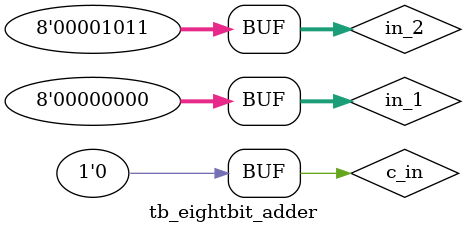
<source format=v>
`timescale 1ns / 1ps


module tb_eightbit_adder;

	// Inputs
	reg [7:0] in_1;
	reg [7:0] in_2;
	reg c_in;

	// Outputs
	wire [7:0] sum;
	wire c_out;

	// Instantiate the Unit Under Test (UUT)
	eightbit_adder uut (
		.in_1(in_1), 
		.in_2(in_2), 
		.c_in(c_in), 
		.sum(sum), 
		.c_out(c_out)
	);

	initial begin
		// Initialize Inputs
		in_1 = 0;
		in_2 = 0;
		c_in = 0;

		// Wait 100 ns for global reset to finish
		#100;
		in_1 = 16'hFF;
		in_2 = 16'hFF;
		#2;
      in_1 = 16'hAB;
		in_2 = 16'hAA;
		#2;
      in_1 = 16'hBE;
		in_2 = 16'h82;
		#2;
      in_1 = 16'h10;
		in_2 = 16'h10;
		#2;
      in_1 = 16'h8A;
		in_2 = 16'h82;
		#2;		
      in_1 = 16'h00;
		in_2 = 16'h0B;
		#2;	       
		// Add stimulus here

	end
      
endmodule


</source>
